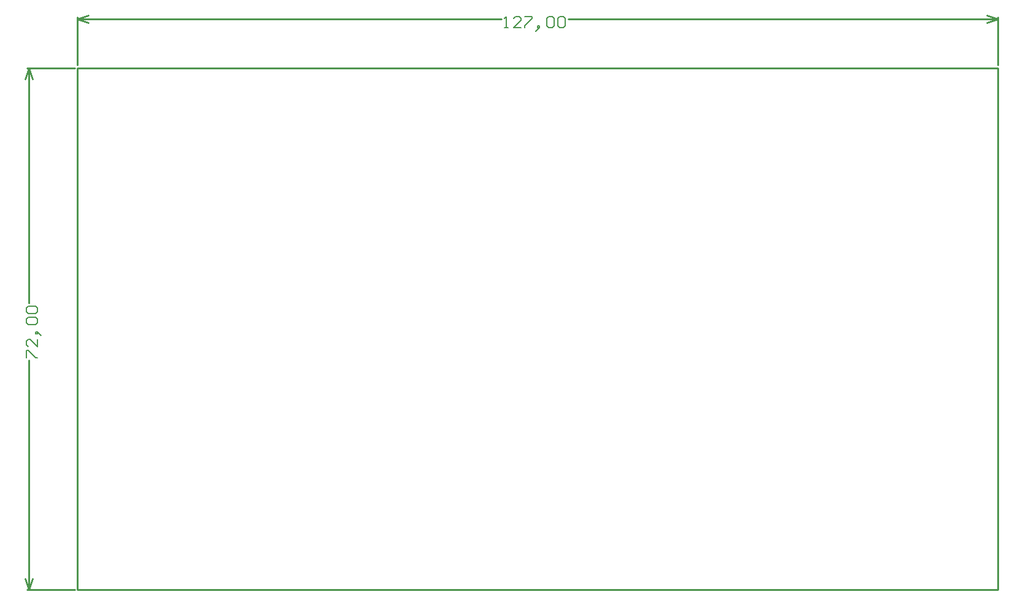
<source format=gm1>
G04 Layer_Color=16711935*
%FSLAX25Y25*%
%MOIN*%
G70*
G01*
G75*
%ADD36C,0.01000*%
%ADD37C,0.00600*%
D36*
X259842Y143232D02*
Y169339D01*
X-240158Y143232D02*
Y169339D01*
X26337Y168339D02*
X259842D01*
X-240158D02*
X-9852D01*
X253842Y170339D02*
X259842Y168339D01*
X253842Y166339D02*
X259842Y168339D01*
X-240158D02*
X-234157Y166339D01*
X-240158Y168339D02*
X-234157Y170339D01*
X-267511Y141732D02*
X-241657D01*
X-267511Y-141732D02*
X-241657D01*
X-266511Y13995D02*
Y141732D01*
Y-141732D02*
Y-17196D01*
X-268511Y135732D02*
X-266511Y141732D01*
X-264511Y135732D01*
X-266511Y-141732D02*
X-264511Y-135732D01*
X-268511D02*
X-266511Y-141732D01*
X259842D02*
Y141732D01*
X-240158Y-141732D02*
X259842D01*
X-240158D02*
Y141732D01*
X259842D01*
D37*
X-8252Y163740D02*
X-6253D01*
X-7253D01*
Y169738D01*
X-8252Y168739D01*
X745Y163740D02*
X-3254D01*
X745Y167739D01*
Y168739D01*
X-255Y169738D01*
X-2254D01*
X-3254Y168739D01*
X2744Y169738D02*
X6743D01*
Y168739D01*
X2744Y164740D01*
Y163740D01*
X9742Y162741D02*
X10742Y163740D01*
Y164740D01*
X9742D01*
Y163740D01*
X10742D01*
X9742Y162741D01*
X8742Y161741D01*
X14740Y168739D02*
X15740Y169738D01*
X17739D01*
X18739Y168739D01*
Y164740D01*
X17739Y163740D01*
X15740D01*
X14740Y164740D01*
Y168739D01*
X20739D02*
X21738Y169738D01*
X23738D01*
X24737Y168739D01*
Y164740D01*
X23738Y163740D01*
X21738D01*
X20739Y164740D01*
Y168739D01*
X-267910Y-15596D02*
Y-11597D01*
X-266910D01*
X-262912Y-15596D01*
X-261912D01*
Y-5599D02*
Y-9597D01*
X-265911Y-5599D01*
X-266910D01*
X-267910Y-6598D01*
Y-8598D01*
X-266910Y-9597D01*
X-260912Y-2600D02*
X-261912Y-1600D01*
X-262912D01*
Y-2600D01*
X-261912D01*
Y-1600D01*
X-260912Y-2600D01*
X-259913Y-3599D01*
X-266910Y2399D02*
X-267910Y3398D01*
Y5398D01*
X-266910Y6397D01*
X-262912D01*
X-261912Y5398D01*
Y3398D01*
X-262912Y2399D01*
X-266910D01*
Y8397D02*
X-267910Y9396D01*
Y11396D01*
X-266910Y12395D01*
X-262912D01*
X-261912Y11396D01*
Y9396D01*
X-262912Y8397D01*
X-266910D01*
M02*

</source>
